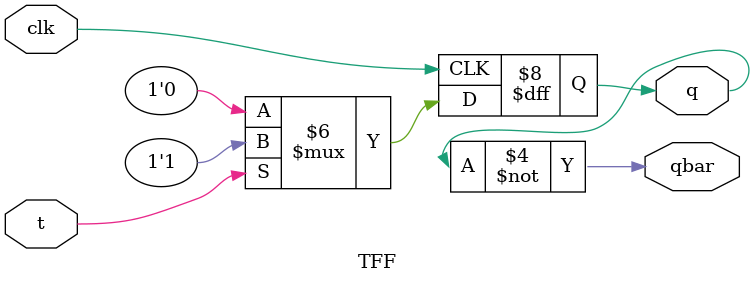
<source format=v>
`timescale 1ns / 1ps


module TFF(t,clk,q,qbar);
input t,clk;
output reg q;
output qbar;

always@(posedge clk) 
begin
    q = 0;
    if(t==1)
        q = ~q;
    else 
        q = q;
    end
    assign qbar = ~q;
    endmodule

</source>
